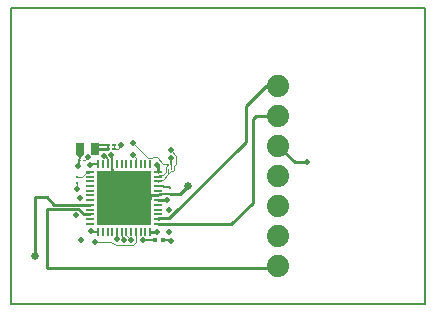
<source format=gtl>
G75*
%MOIN*%
%OFA0B0*%
%FSLAX25Y25*%
%IPPOS*%
%LPD*%
%AMOC8*
5,1,8,0,0,1.08239X$1,22.5*
%
%ADD10C,0.00600*%
%ADD11R,0.02677X0.00906*%
%ADD12R,0.18110X0.18110*%
%ADD13R,0.00906X0.02677*%
%ADD14R,0.02520X0.04016*%
%ADD15R,0.00492X0.00591*%
%ADD16R,0.01181X0.00787*%
%ADD17R,0.00984X0.00984*%
%ADD18R,0.01378X0.01575*%
%ADD19C,0.07400*%
%ADD20C,0.00400*%
%ADD21C,0.02000*%
%ADD22C,0.00500*%
%ADD23C,0.02578*%
%ADD24C,0.01000*%
%ADD25C,0.00800*%
%ADD26C,0.02800*%
D10*
X0001300Y0001300D02*
X0139095Y0001300D01*
X0139095Y0099725D01*
X0001300Y0099725D01*
X0001300Y0001300D01*
X0027961Y0025513D02*
X0028158Y0025316D01*
X0030245Y0025316D01*
X0038906Y0036576D02*
X0046374Y0036576D01*
X0030245Y0047835D02*
X0027741Y0047835D01*
X0027497Y0047670D01*
X0029162Y0053020D02*
X0030304Y0054162D01*
X0033564Y0054162D01*
X0033564Y0052981D01*
X0051762Y0022448D02*
X0054378Y0022448D01*
X0054603Y0022223D01*
D11*
X0050166Y0027914D03*
X0050166Y0029489D03*
X0050166Y0031064D03*
X0050166Y0032639D03*
X0050166Y0034213D03*
X0050166Y0035788D03*
X0050166Y0037363D03*
X0050166Y0038938D03*
X0050166Y0040513D03*
X0050166Y0042087D03*
X0050166Y0043662D03*
X0050166Y0045237D03*
X0027646Y0045237D03*
X0027646Y0043662D03*
X0027646Y0042087D03*
X0027646Y0040513D03*
X0027646Y0038938D03*
X0027646Y0037363D03*
X0027646Y0035788D03*
X0027646Y0034213D03*
X0027646Y0032639D03*
X0027646Y0031064D03*
X0027646Y0029489D03*
X0027646Y0027914D03*
D12*
X0038906Y0036576D03*
D13*
X0038119Y0047835D03*
X0039694Y0047835D03*
X0041269Y0047835D03*
X0042843Y0047835D03*
X0044418Y0047835D03*
X0045993Y0047835D03*
X0047568Y0047835D03*
X0036544Y0047835D03*
X0034969Y0047835D03*
X0033394Y0047835D03*
X0031820Y0047835D03*
X0030245Y0047835D03*
X0030245Y0025316D03*
X0031820Y0025316D03*
X0033394Y0025316D03*
X0034969Y0025316D03*
X0036544Y0025316D03*
X0038119Y0025316D03*
X0039694Y0025316D03*
X0041269Y0025316D03*
X0042843Y0025316D03*
X0044418Y0025316D03*
X0045993Y0025316D03*
X0047568Y0025316D03*
D14*
X0029162Y0053020D03*
X0024123Y0053020D03*
D15*
X0024223Y0049242D03*
X0025153Y0049242D03*
X0053654Y0047721D03*
X0054584Y0047721D03*
X0054569Y0046351D03*
X0053639Y0046351D03*
D16*
X0035690Y0052981D03*
X0035690Y0054162D03*
X0033564Y0054162D03*
X0033564Y0052981D03*
D17*
X0023217Y0043413D03*
X0023217Y0041613D03*
X0054363Y0039787D03*
X0054363Y0037987D03*
D18*
X0051762Y0022448D03*
X0049321Y0022448D03*
D19*
X0090260Y0023992D03*
X0090260Y0033992D03*
X0090260Y0043992D03*
X0090260Y0053992D03*
X0090260Y0063992D03*
X0090260Y0073992D03*
X0090260Y0013992D03*
D20*
X0053639Y0044495D02*
X0051753Y0042609D01*
X0050688Y0042609D01*
X0050166Y0042087D01*
X0050292Y0041961D01*
X0050166Y0043662D02*
X0050688Y0044184D01*
X0051753Y0044184D01*
X0052793Y0045224D01*
X0052793Y0046895D01*
X0053144Y0047246D01*
X0053180Y0047246D01*
X0053654Y0047721D01*
X0051826Y0048018D01*
X0049773Y0050071D01*
X0046757Y0049774D01*
X0041744Y0054787D01*
X0037883Y0054072D02*
X0036792Y0052981D01*
X0035690Y0052981D01*
X0035690Y0054162D01*
X0041906Y0050922D02*
X0042843Y0049985D01*
X0042843Y0047835D01*
X0053639Y0046351D02*
X0053639Y0044607D01*
X0054487Y0045456D01*
X0055063Y0045456D01*
X0055431Y0045823D01*
X0055431Y0047177D01*
X0056231Y0047978D01*
X0056231Y0050589D01*
X0054450Y0052370D01*
X0054450Y0052481D01*
X0054584Y0047721D02*
X0054569Y0047706D01*
X0054569Y0046351D01*
X0053639Y0044607D02*
X0053639Y0044495D01*
X0042843Y0025316D02*
X0042843Y0023353D01*
X0042956Y0023240D01*
X0042956Y0021914D01*
X0042019Y0020977D01*
X0036049Y0020942D01*
X0034494Y0021883D01*
X0029095Y0021918D01*
X0036548Y0022745D02*
X0036544Y0022816D01*
X0036544Y0025316D01*
X0038119Y0025316D02*
X0038119Y0023504D01*
X0038156Y0023467D01*
X0038156Y0023377D01*
X0038956Y0022577D01*
X0039694Y0024239D02*
X0041356Y0022577D01*
X0039694Y0024239D02*
X0039694Y0025316D01*
X0023217Y0039481D02*
X0023202Y0039465D01*
X0023217Y0039481D02*
X0023217Y0041613D01*
X0023217Y0043413D02*
X0024757Y0043413D01*
X0026059Y0044715D01*
X0027124Y0044715D01*
X0027646Y0045237D01*
X0025888Y0049249D02*
X0025153Y0049242D01*
X0025888Y0049249D02*
X0026709Y0050070D01*
D21*
X0026709Y0050070D03*
X0027497Y0047670D03*
X0023469Y0047224D03*
X0032203Y0050574D03*
X0034603Y0050894D03*
X0037883Y0054072D03*
X0041744Y0054787D03*
X0041906Y0050922D03*
X0049733Y0047496D03*
X0054631Y0049926D03*
X0054450Y0052481D03*
X0053135Y0035728D03*
X0053855Y0032359D03*
X0053981Y0025233D03*
X0054603Y0022223D03*
X0049860Y0025084D03*
X0045174Y0022577D03*
X0041356Y0022577D03*
X0038956Y0022577D03*
X0036548Y0022745D03*
X0029095Y0021918D03*
X0024607Y0022619D03*
X0027961Y0025513D03*
X0022741Y0031020D03*
X0024284Y0036421D03*
X0023202Y0039465D03*
X0099725Y0048544D03*
D22*
X0054631Y0049926D02*
X0054584Y0049880D01*
X0054584Y0047721D01*
X0051931Y0040513D02*
X0050166Y0040513D01*
X0051931Y0040513D02*
X0052132Y0040311D01*
X0053838Y0040311D01*
X0054363Y0039787D01*
X0054363Y0037987D02*
X0051926Y0037987D01*
X0051774Y0037835D01*
X0050638Y0037835D01*
X0050166Y0037363D01*
X0034969Y0047835D02*
X0034969Y0050528D01*
X0034603Y0050894D01*
X0033394Y0049383D02*
X0033394Y0047835D01*
X0033394Y0049383D02*
X0032203Y0050574D01*
X0024223Y0049242D02*
X0023827Y0049095D01*
X0045247Y0022650D02*
X0045174Y0022577D01*
X0045247Y0022650D02*
X0049321Y0022448D01*
D23*
X0045197Y0030053D03*
X0045219Y0034002D03*
X0040386Y0030107D03*
X0038816Y0037430D03*
X0060355Y0040670D03*
X0009174Y0017048D03*
D24*
X0009174Y0036733D01*
X0013111Y0036733D01*
X0015524Y0034320D01*
X0024108Y0034320D01*
X0024215Y0034213D01*
X0027646Y0034213D01*
X0027646Y0031064D02*
X0025385Y0031064D01*
X0023528Y0032920D01*
X0021954Y0032920D01*
X0021830Y0032796D01*
X0013111Y0032796D01*
X0013111Y0013111D01*
X0089379Y0013111D01*
X0090260Y0013992D01*
X0074657Y0027914D02*
X0081711Y0034968D01*
X0081711Y0062843D01*
X0082860Y0063992D01*
X0090260Y0063992D01*
X0086361Y0073992D02*
X0079519Y0067150D01*
X0079519Y0055336D01*
X0053894Y0029711D01*
X0050388Y0029711D01*
X0050166Y0029489D01*
X0050166Y0027914D02*
X0074657Y0027914D01*
X0060355Y0040670D02*
X0057672Y0037987D01*
X0054363Y0037987D01*
X0053135Y0035728D02*
X0050227Y0035728D01*
X0050213Y0035741D01*
X0050166Y0035788D01*
X0050166Y0035741D02*
X0050213Y0035741D01*
X0050166Y0037363D02*
X0047684Y0037363D01*
X0047684Y0036467D01*
X0045219Y0034002D01*
X0046374Y0036576D02*
X0047161Y0037363D01*
X0047684Y0037363D01*
X0040386Y0035096D02*
X0040386Y0030107D01*
X0040386Y0035096D02*
X0038906Y0036576D01*
X0038816Y0037430D02*
X0034969Y0040513D01*
X0034969Y0046186D01*
X0033564Y0052981D02*
X0033524Y0053020D01*
X0029162Y0053020D01*
X0049733Y0047496D02*
X0050166Y0046989D01*
X0050166Y0045237D01*
X0049628Y0025316D02*
X0047568Y0025316D01*
X0049628Y0025316D02*
X0049860Y0025084D01*
X0090260Y0053992D02*
X0095708Y0048544D01*
X0099725Y0048544D01*
X0090260Y0073992D02*
X0086361Y0073992D01*
D25*
X0038816Y0037430D02*
X0038906Y0036576D01*
X0034969Y0046186D02*
X0034969Y0047835D01*
X0024123Y0049884D02*
X0024123Y0051677D01*
X0024123Y0049884D02*
X0024107Y0049868D01*
X0023827Y0049095D01*
X0023827Y0047582D01*
X0023469Y0047224D01*
D26*
X0024123Y0051677D02*
X0024123Y0053020D01*
M02*

</source>
